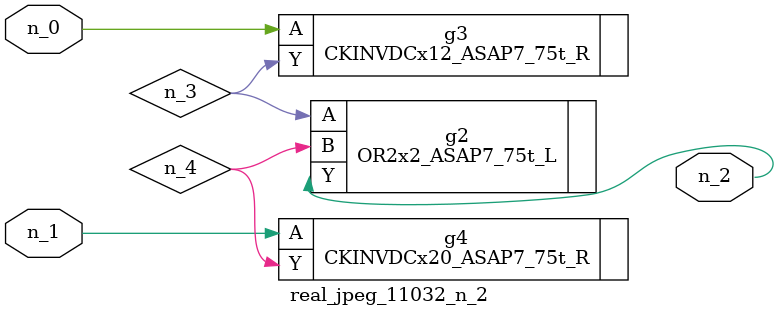
<source format=v>
module real_jpeg_11032_n_2 (n_1, n_0, n_2);

input n_1;
input n_0;

output n_2;

wire n_4;
wire n_3;

CKINVDCx12_ASAP7_75t_R g3 ( 
.A(n_0),
.Y(n_3)
);

CKINVDCx20_ASAP7_75t_R g4 ( 
.A(n_1),
.Y(n_4)
);

OR2x2_ASAP7_75t_L g2 ( 
.A(n_3),
.B(n_4),
.Y(n_2)
);


endmodule
</source>
